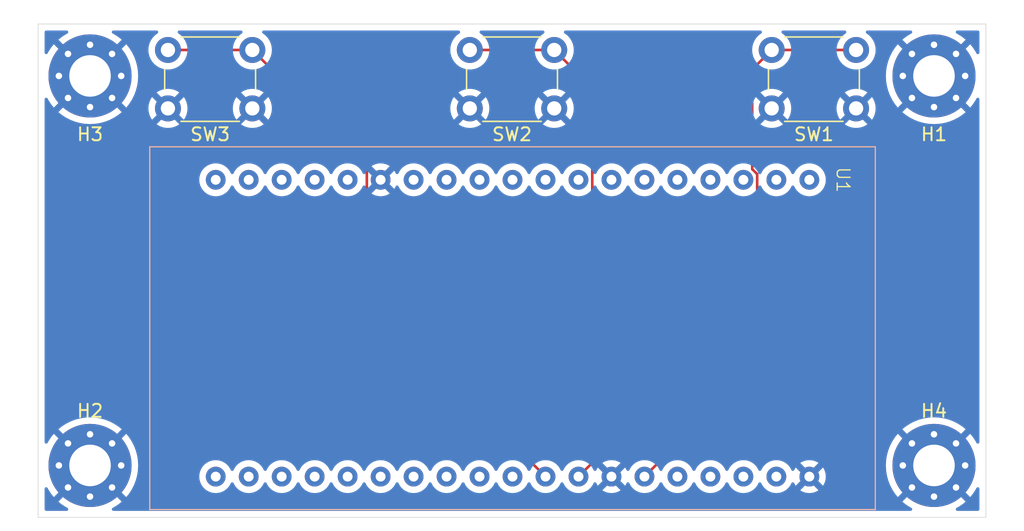
<source format=kicad_pcb>
(kicad_pcb (version 20221018) (generator pcbnew)
  (layers (0 "F.Cu" signal) (31 "B.Cu" signal) (34 "B.Paste" user) (35 "F.Paste" user) (36 "B.SilkS" user "B.Silkscreen") (37 "F.SilkS" user "F.Silkscreen") (38 "B.Mask" user) (39 "F.Mask" user) (44 "Edge.Cuts" user))
  (net 0 "")
  (net 1 "Net-(U1-IO21)")
  (net 2 "GND")
  (net 3 "Net-(U1-IO19)")
  (net 4 "Net-(U1-IO18)")
  (net 22 "Net-(U1-5V)")
  (footprint "MountingHole:MountingHole_3.2mm_M3_Pad_Via" (layer "F.Cu") (at 104 104)
    (fp_text reference "H3" (at 0 4.5) (layer "F.SilkS"))
    (fp_text value "MountingHole_Pad")
    (pad "1" thru_hole circle (at -2.4 0) (size 0.8 0.8) (drill 0.5) (layers "*.Cu" "*.Mask") (net 2 "GND"))
    (pad "1" thru_hole circle (at -1.697056 -1.697056) (size 0.8 0.8) (drill 0.5) (layers "*.Cu" "*.Mask") (net 2 "GND"))
    (pad "1" thru_hole circle (at -1.697056 1.697056) (size 0.8 0.8) (drill 0.5) (layers "*.Cu" "*.Mask") (net 2 "GND"))
    (pad "1" thru_hole circle (at 0 -2.4) (size 0.8 0.8) (drill 0.5) (layers "*.Cu" "*.Mask") (net 2 "GND"))
    (pad "1" thru_hole circle (at 0 0) (size 6.4 6.4) (drill 3.2) (layers "*.Cu" "*.Mask") (net 2 "GND"))
    (pad "1" thru_hole circle (at 0 2.4) (size 0.8 0.8) (drill 0.5) (layers "*.Cu" "*.Mask") (net 2 "GND"))
    (pad "1" thru_hole circle (at 1.697056 -1.697056) (size 0.8 0.8) (drill 0.5) (layers "*.Cu" "*.Mask") (net 2 "GND"))
    (pad "1" thru_hole circle (at 1.697056 1.697056) (size 0.8 0.8) (drill 0.5) (layers "*.Cu" "*.Mask") (net 2 "GND"))
    (pad "1" thru_hole circle (at 2.4 0) (size 0.8 0.8) (drill 0.5) (layers "*.Cu" "*.Mask") (net 2 "GND"))
  )
  (footprint "Button_Switch_THT:SW_PUSH_6mm_H5mm" (layer "F.Cu") (at 156.5 102)
    (fp_text reference "SW1" (at 3.25 6.5) (layer "F.SilkS"))
    (fp_text value "SIT_BUTTON")
    (fp_line (start -0.25 1.5) (end -0.25 3) (stroke (width 0.12)) (layer "F.SilkS"))
    (fp_line (start 1 5.5) (end 5.5 5.5) (stroke (width 0.12)) (layer "F.SilkS"))
    (fp_line (start 5.5 -1) (end 1 -1) (stroke (width 0.12)) (layer "F.SilkS"))
    (fp_line (start 6.75 3) (end 6.75 1.5) (stroke (width 0.12)) (layer "F.SilkS"))
    (pad "1" thru_hole circle (at 0 0 90) (size 2 2) (drill 1.1) (layers "*.Cu" "*.Mask") (net 1 "Net-(U1-IO21)"))
    (pad "1" thru_hole circle (at 6.5 0 90) (size 2 2) (drill 1.1) (layers "*.Cu" "*.Mask") (net 1 "Net-(U1-IO21)"))
    (pad "2" thru_hole circle (at 0 4.5 90) (size 2 2) (drill 1.1) (layers "*.Cu" "*.Mask") (net 2 "GND"))
    (pad "2" thru_hole circle (at 6.5 4.5 90) (size 2 2) (drill 1.1) (layers "*.Cu" "*.Mask") (net 2 "GND"))
  )
  (footprint "Button_Switch_THT:SW_PUSH_6mm_H5mm" (layer "F.Cu") (at 110 102)
    (fp_text reference "SW3" (at 3.25 6.5) (layer "F.SilkS"))
    (fp_text value "SAVE_BUTTON")
    (fp_line (start -0.25 1.5) (end -0.25 3) (stroke (width 0.12)) (layer "F.SilkS"))
    (fp_line (start 1 5.5) (end 5.5 5.5) (stroke (width 0.12)) (layer "F.SilkS"))
    (fp_line (start 5.5 -1) (end 1 -1) (stroke (width 0.12)) (layer "F.SilkS"))
    (fp_line (start 6.75 3) (end 6.75 1.5) (stroke (width 0.12)) (layer "F.SilkS"))
    (pad "1" thru_hole circle (at 0 0 90) (size 2 2) (drill 1.1) (layers "*.Cu" "*.Mask") (net 4 "Net-(U1-IO18)"))
    (pad "1" thru_hole circle (at 6.5 0 90) (size 2 2) (drill 1.1) (layers "*.Cu" "*.Mask") (net 4 "Net-(U1-IO18)"))
    (pad "2" thru_hole circle (at 0 4.5 90) (size 2 2) (drill 1.1) (layers "*.Cu" "*.Mask") (net 2 "GND"))
    (pad "2" thru_hole circle (at 6.5 4.5 90) (size 2 2) (drill 1.1) (layers "*.Cu" "*.Mask") (net 2 "GND"))
  )
  (footprint "MountingHole:MountingHole_3.2mm_M3_Pad_Via" (layer "F.Cu") (at 169 134)
    (fp_text reference "H4" (at 0 -4.2) (layer "F.SilkS"))
    (fp_text value "MountingHole_Pad")
    (pad "1" thru_hole circle (at -2.4 0) (size 0.8 0.8) (drill 0.5) (layers "*.Cu" "*.Mask") (net 2 "GND"))
    (pad "1" thru_hole circle (at -1.697056 -1.697056) (size 0.8 0.8) (drill 0.5) (layers "*.Cu" "*.Mask") (net 2 "GND"))
    (pad "1" thru_hole circle (at -1.697056 1.697056) (size 0.8 0.8) (drill 0.5) (layers "*.Cu" "*.Mask") (net 2 "GND"))
    (pad "1" thru_hole circle (at 0 -2.4) (size 0.8 0.8) (drill 0.5) (layers "*.Cu" "*.Mask") (net 2 "GND"))
    (pad "1" thru_hole circle (at 0 0) (size 6.4 6.4) (drill 3.2) (layers "*.Cu" "*.Mask") (net 2 "GND"))
    (pad "1" thru_hole circle (at 0 2.4) (size 0.8 0.8) (drill 0.5) (layers "*.Cu" "*.Mask") (net 2 "GND"))
    (pad "1" thru_hole circle (at 1.697056 -1.697056) (size 0.8 0.8) (drill 0.5) (layers "*.Cu" "*.Mask") (net 2 "GND"))
    (pad "1" thru_hole circle (at 1.697056 1.697056) (size 0.8 0.8) (drill 0.5) (layers "*.Cu" "*.Mask") (net 2 "GND"))
    (pad "1" thru_hole circle (at 2.4 0) (size 0.8 0.8) (drill 0.5) (layers "*.Cu" "*.Mask") (net 2 "GND"))
  )
  (footprint "MountingHole:MountingHole_3.2mm_M3_Pad_Via" (layer "F.Cu") (at 104 134)
    (fp_text reference "H2" (at 0 -4.2) (layer "F.SilkS"))
    (fp_text value "MountingHole_Pad")
    (pad "1" thru_hole circle (at -2.4 0) (size 0.8 0.8) (drill 0.5) (layers "*.Cu" "*.Mask") (net 2 "GND"))
    (pad "1" thru_hole circle (at -1.697056 -1.697056) (size 0.8 0.8) (drill 0.5) (layers "*.Cu" "*.Mask") (net 2 "GND"))
    (pad "1" thru_hole circle (at -1.697056 1.697056) (size 0.8 0.8) (drill 0.5) (layers "*.Cu" "*.Mask") (net 2 "GND"))
    (pad "1" thru_hole circle (at 0 -2.4) (size 0.8 0.8) (drill 0.5) (layers "*.Cu" "*.Mask") (net 2 "GND"))
    (pad "1" thru_hole circle (at 0 0) (size 6.4 6.4) (drill 3.2) (layers "*.Cu" "*.Mask") (net 2 "GND"))
    (pad "1" thru_hole circle (at 0 2.4) (size 0.8 0.8) (drill 0.5) (layers "*.Cu" "*.Mask") (net 2 "GND"))
    (pad "1" thru_hole circle (at 1.697056 -1.697056) (size 0.8 0.8) (drill 0.5) (layers "*.Cu" "*.Mask") (net 2 "GND"))
    (pad "1" thru_hole circle (at 1.697056 1.697056) (size 0.8 0.8) (drill 0.5) (layers "*.Cu" "*.Mask") (net 2 "GND"))
    (pad "1" thru_hole circle (at 2.4 0) (size 0.8 0.8) (drill 0.5) (layers "*.Cu" "*.Mask") (net 2 "GND"))
  )
  (footprint "footprints:esp32-keyestudio-devboard" (layer "F.Cu") (at 159.4 112 -90)
    (fp_text reference "U1" (at 0 -2.6 -90 unlocked) (layer "F.SilkS") (effects (font (thickness 0.1))))
    (fp_text value "~")
    (fp_line (start -2.54 -5.08) (end -2.54 50.8) (stroke (width 0.1)) (layer "B.SilkS"))
    (fp_line (start -2.54 50.8) (end 25.4 50.8) (stroke (width 0.1)) (layer "B.SilkS"))
    (fp_line (start 25.4 -5.08) (end -2.54 -5.08) (stroke (width 0.1)) (layer "B.SilkS"))
    (fp_line (start 25.4 50.8) (end 25.4 -5.08) (stroke (width 0.1)) (layer "B.SilkS"))
    (pad "1" thru_hole circle (at 0 0 270) (size 1.524 1.524) (drill 0.762) (layers "*.Cu" "*.Mask"))
    (pad "2" thru_hole circle (at 0 2.54 270) (size 1.524 1.524) (drill 0.762) (layers "*.Cu" "*.Mask"))
    (pad "3" thru_hole circle (at 0 5.08 270) (size 1.524 1.524) (drill 0.762) (layers "*.Cu" "*.Mask"))
    (pad "4" thru_hole circle (at 0 7.62 270) (size 1.524 1.524) (drill 0.762) (layers "*.Cu" "*.Mask"))
    (pad "5" thru_hole circle (at 0 10.16 270) (size 1.524 1.524) (drill 0.762) (layers "*.Cu" "*.Mask"))
    (pad "6" thru_hole circle (at 0 12.7 270) (size 1.524 1.524) (drill 0.762) (layers "*.Cu" "*.Mask"))
    (pad "7" thru_hole circle (at 0 15.24 270) (size 1.524 1.524) (drill 0.762) (layers "*.Cu" "*.Mask"))
    (pad "8" thru_hole circle (at 0 17.78 270) (size 1.524 1.524) (drill 0.762) (layers "*.Cu" "*.Mask"))
    (pad "9" thru_hole circle (at 0 20.32 270) (size 1.524 1.524) (drill 0.762) (layers "*.Cu" "*.Mask"))
    (pad "10" thru_hole circle (at 0 22.86 270) (size 1.524 1.524) (drill 0.762) (layers "*.Cu" "*.Mask"))
    (pad "11" thru_hole circle (at 0 25.4 270) (size 1.524 1.524) (drill 0.762) (layers "*.Cu" "*.Mask"))
    (pad "12" thru_hole circle (at 0 27.94 270) (size 1.524 1.524) (drill 0.762) (layers "*.Cu" "*.Mask"))
    (pad "13" thru_hole circle (at 0 30.48 270) (size 1.524 1.524) (drill 0.762) (layers "*.Cu" "*.Mask"))
    (pad "14" thru_hole circle (at 0 33.02 270) (size 1.524 1.524) (drill 0.762) (layers "*.Cu" "*.Mask") (net 2 "GND"))
    (pad "15" thru_hole circle (at 0 35.56 270) (size 1.524 1.524) (drill 0.762) (layers "*.Cu" "*.Mask"))
    (pad "16" thru_hole circle (at 0 38.1 270) (size 1.524 1.524) (drill 0.762) (layers "*.Cu" "*.Mask"))
    (pad "17" thru_hole circle (at 0 40.64 270) (size 1.524 1.524) (drill 0.762) (layers "*.Cu" "*.Mask"))
    (pad "18" thru_hole circle (at 0 43.18 270) (size 1.524 1.524) (drill 0.762) (layers "*.Cu" "*.Mask"))
    (pad "19" thru_hole circle (at 0 45.72 270) (size 1.524 1.524) (drill 0.762) (layers "*.Cu" "*.Mask") (net 22 "Net-(U1-5V)"))
    (pad "20" thru_hole circle (at 22.86 0 270) (size 1.524 1.524) (drill 0.762) (layers "*.Cu" "*.Mask") (net 2 "GND"))
    (pad "21" thru_hole circle (at 22.86 2.54 270) (size 1.524 1.524) (drill 0.762) (layers "*.Cu" "*.Mask"))
    (pad "22" thru_hole circle (at 22.86 5.08 270) (size 1.524 1.524) (drill 0.762) (layers "*.Cu" "*.Mask"))
    (pad "23" thru_hole circle (at 22.86 7.62 270) (size 1.524 1.524) (drill 0.762) (layers "*.Cu" "*.Mask"))
    (pad "24" thru_hole circle (at 22.86 10.16 270) (size 1.524 1.524) (drill 0.762) (layers "*.Cu" "*.Mask"))
    (pad "25" thru_hole circle (at 22.86 12.7 270) (size 1.524 1.524) (drill 0.762) (layers "*.Cu" "*.Mask") (net 1 "Net-(U1-IO21)"))
    (pad "26" thru_hole circle (at 22.86 15.24 270) (size 1.524 1.524) (drill 0.762) (layers "*.Cu" "*.Mask") (net 2 "GND"))
    (pad "27" thru_hole circle (at 22.86 17.78 270) (size 1.524 1.524) (drill 0.762) (layers "*.Cu" "*.Mask") (net 3 "Net-(U1-IO19)"))
    (pad "28" thru_hole circle (at 22.86 20.32 270) (size 1.524 1.524) (drill 0.762) (layers "*.Cu" "*.Mask") (net 4 "Net-(U1-IO18)"))
    (pad "29" thru_hole circle (at 22.86 22.86 270) (size 1.524 1.524) (drill 0.762) (layers "*.Cu" "*.Mask"))
    (pad "30" thru_hole circle (at 22.86 25.4 270) (size 1.524 1.524) (drill 0.762) (layers "*.Cu" "*.Mask"))
    (pad "31" thru_hole circle (at 22.86 27.94 270) (size 1.524 1.524) (drill 0.762) (layers "*.Cu" "*.Mask"))
    (pad "32" thru_hole circle (at 22.86 30.48 270) (size 1.524 1.524) (drill 0.762) (layers "*.Cu" "*.Mask"))
    (pad "33" thru_hole circle (at 22.86 33.02 270) (size 1.524 1.524) (drill 0.762) (layers "*.Cu" "*.Mask"))
    (pad "34" thru_hole circle (at 22.86 35.56 270) (size 1.524 1.524) (drill 0.762) (layers "*.Cu" "*.Mask"))
    (pad "35" thru_hole circle (at 22.86 38.1 270) (size 1.524 1.524) (drill 0.762) (layers "*.Cu" "*.Mask"))
    (pad "36" thru_hole circle (at 22.86 40.64 270) (size 1.524 1.524) (drill 0.762) (layers "*.Cu" "*.Mask"))
    (pad "37" thru_hole circle (at 22.86 43.18 270) (size 1.524 1.524) (drill 0.762) (layers "*.Cu" "*.Mask"))
    (pad "38" thru_hole circle (at 22.86 45.72 270) (size 1.524 1.524) (drill 0.762) (layers "*.Cu" "*.Mask"))
  )
  (footprint "MountingHole:MountingHole_3.2mm_M3_Pad_Via" (layer "F.Cu") (at 169 104)
    (fp_text reference "H1" (at 0 4.5) (layer "F.SilkS"))
    (fp_text value "MountingHole_Pad")
    (pad "1" thru_hole circle (at -2.4 0) (size 0.8 0.8) (drill 0.5) (layers "*.Cu" "*.Mask") (net 2 "GND"))
    (pad "1" thru_hole circle (at -1.697056 -1.697056) (size 0.8 0.8) (drill 0.5) (layers "*.Cu" "*.Mask") (net 2 "GND"))
    (pad "1" thru_hole circle (at -1.697056 1.697056) (size 0.8 0.8) (drill 0.5) (layers "*.Cu" "*.Mask") (net 2 "GND"))
    (pad "1" thru_hole circle (at 0 -2.4) (size 0.8 0.8) (drill 0.5) (layers "*.Cu" "*.Mask") (net 2 "GND"))
    (pad "1" thru_hole circle (at 0 0) (size 6.4 6.4) (drill 3.2) (layers "*.Cu" "*.Mask") (net 2 "GND"))
    (pad "1" thru_hole circle (at 0 2.4) (size 0.8 0.8) (drill 0.5) (layers "*.Cu" "*.Mask") (net 2 "GND"))
    (pad "1" thru_hole circle (at 1.697056 -1.697056) (size 0.8 0.8) (drill 0.5) (layers "*.Cu" "*.Mask") (net 2 "GND"))
    (pad "1" thru_hole circle (at 1.697056 1.697056) (size 0.8 0.8) (drill 0.5) (layers "*.Cu" "*.Mask") (net 2 "GND"))
    (pad "1" thru_hole circle (at 2.4 0) (size 0.8 0.8) (drill 0.5) (layers "*.Cu" "*.Mask") (net 2 "GND"))
  )
  (footprint "Button_Switch_THT:SW_PUSH_6mm_H5mm" (layer "F.Cu") (at 133.25 102)
    (fp_text reference "SW2" (at 3.25 6.5) (layer "F.SilkS"))
    (fp_text value "STAND_BUTTON")
    (fp_line (start -0.25 1.5) (end -0.25 3) (stroke (width 0.12)) (layer "F.SilkS"))
    (fp_line (start 1 5.5) (end 5.5 5.5) (stroke (width 0.12)) (layer "F.SilkS"))
    (fp_line (start 5.5 -1) (end 1 -1) (stroke (width 0.12)) (layer "F.SilkS"))
    (fp_line (start 6.75 3) (end 6.75 1.5) (stroke (width 0.12)) (layer "F.SilkS"))
    (pad "1" thru_hole circle (at 0 0 90) (size 2 2) (drill 1.1) (layers "*.Cu" "*.Mask") (net 3 "Net-(U1-IO19)"))
    (pad "1" thru_hole circle (at 6.5 0 90) (size 2 2) (drill 1.1) (layers "*.Cu" "*.Mask") (net 3 "Net-(U1-IO19)"))
    (pad "2" thru_hole circle (at 0 4.5 90) (size 2 2) (drill 1.1) (layers "*.Cu" "*.Mask") (net 2 "GND"))
    (pad "2" thru_hole circle (at 6.5 4.5 90) (size 2 2) (drill 1.1) (layers "*.Cu" "*.Mask") (net 2 "GND"))
  )
  (gr_rect (start 100 100) (end 173 138) (stroke (width 0.05)) (fill none) (layer "Edge.Cuts"))
  (segment (start 156.5 102) (end 155 103.5) (width 0.2) (layer "F.Cu") (net 1))
  (segment (start 155.382 111.560105) (end 155.382 126.178) (width 0.2) (layer "F.Cu") (net 1))
  (segment (start 155 111.178105) (end 155.382 111.560105) (width 0.2) (layer "F.Cu") (net 1))
  (segment (start 155.382 126.178) (end 146.7 134.86) (width 0.2) (layer "F.Cu") (net 1))
  (segment (start 163 102) (end 156.5 102) (width 0.2) (layer "F.Cu") (net 1))
  (segment (start 155 103.5) (end 155 111.178105) (width 0.2) (layer "F.Cu") (net 1))
  (segment (start 139.75 102) (end 142.682 104.932) (width 0.2) (layer "F.Cu") (net 3))
  (segment (start 133.25 102) (end 139.75 102) (width 0.2) (layer "F.Cu") (net 3))
  (segment (start 142.682 104.932) (end 142.682 133.798) (width 0.2) (layer "F.Cu") (net 3))
  (segment (start 142.682 133.798) (end 141.62 134.86) (width 0.2) (layer "F.Cu") (net 3))
  (segment (start 110 102) (end 116.5 102) (width 0.2) (layer "F.Cu") (net 4))
  (segment (start 125.318 110.818) (end 125.318 121.098) (width 0.2) (layer "F.Cu") (net 4))
  (segment (start 125.318 121.098) (end 139.08 134.86) (width 0.2) (layer "F.Cu") (net 4))
  (segment (start 116.5 102) (end 125.318 110.818) (width 0.2) (layer "F.Cu") (net 4))
  (zone (net 2) (net_name "GND") (layer "B.Cu") (connect_pads (clearance 0.5)) (min_thickness 0.25) (fill yes (thermal_gap 0.5) (thermal_bridge_width 0.5))
    (polygon (pts (xy 100 100) (xy 100 138) (xy 173 138) (xy 173 100)))
  )
)
</source>
